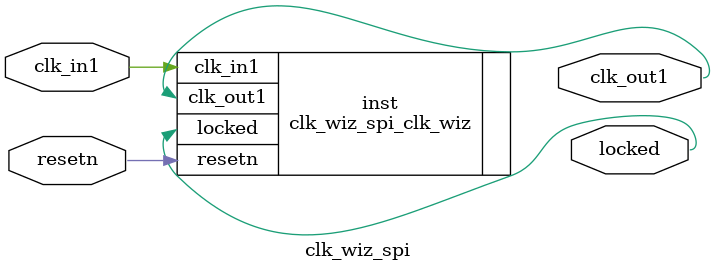
<source format=v>


`timescale 1ps/1ps

(* CORE_GENERATION_INFO = "clk_wiz_spi,clk_wiz_v6_0_2_0_0,{component_name=clk_wiz_spi,use_phase_alignment=true,use_min_o_jitter=false,use_max_i_jitter=false,use_dyn_phase_shift=false,use_inclk_switchover=false,use_dyn_reconfig=false,enable_axi=0,feedback_source=FDBK_AUTO,PRIMITIVE=PLL,num_out_clk=1,clkin1_period=20.000,clkin2_period=10.000,use_power_down=false,use_reset=true,use_locked=true,use_inclk_stopped=false,feedback_type=SINGLE,CLOCK_MGR_TYPE=NA,manual_override=false}" *)

module clk_wiz_spi 
 (
  // Clock out ports
  output        clk_out1,
  // Status and control signals
  input         resetn,
  output        locked,
 // Clock in ports
  input         clk_in1
 );

  clk_wiz_spi_clk_wiz inst
  (
  // Clock out ports  
  .clk_out1(clk_out1),
  // Status and control signals               
  .resetn(resetn), 
  .locked(locked),
 // Clock in ports
  .clk_in1(clk_in1)
  );

endmodule

</source>
